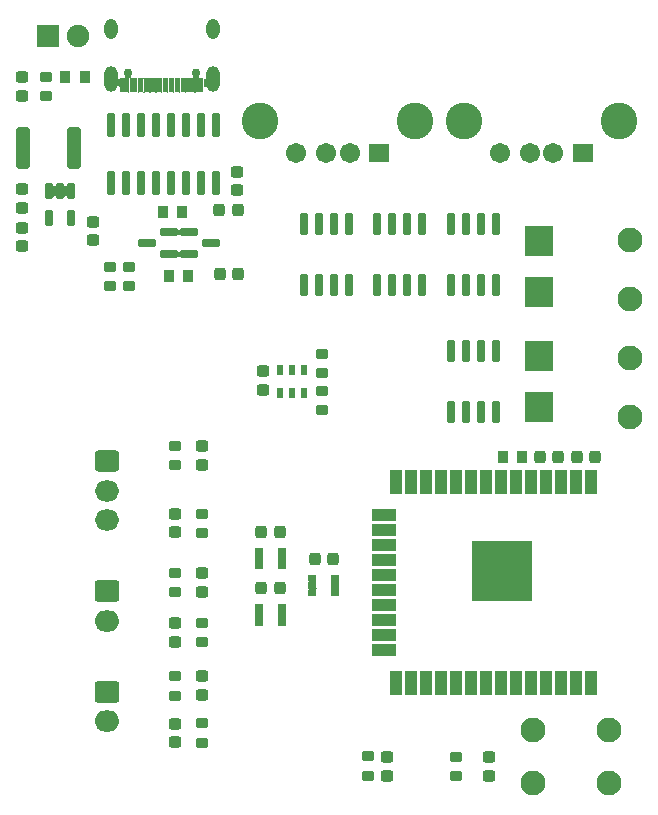
<source format=gbr>
G04 #@! TF.GenerationSoftware,KiCad,Pcbnew,(5.99.0-9218-g05b559c9dc)*
G04 #@! TF.CreationDate,2021-05-16T23:39:13+02:00*
G04 #@! TF.ProjectId,Self_Watering_Plant,53656c66-5f57-4617-9465-72696e675f50,rev?*
G04 #@! TF.SameCoordinates,Original*
G04 #@! TF.FileFunction,Soldermask,Top*
G04 #@! TF.FilePolarity,Negative*
%FSLAX46Y46*%
G04 Gerber Fmt 4.6, Leading zero omitted, Abs format (unit mm)*
G04 Created by KiCad (PCBNEW (5.99.0-9218-g05b559c9dc)) date 2021-05-16 23:39:13*
%MOMM*%
%LPD*%
G01*
G04 APERTURE LIST*
G04 Aperture macros list*
%AMRoundRect*
0 Rectangle with rounded corners*
0 $1 Rounding radius*
0 $2 $3 $4 $5 $6 $7 $8 $9 X,Y pos of 4 corners*
0 Add a 4 corners polygon primitive as box body*
4,1,4,$2,$3,$4,$5,$6,$7,$8,$9,$2,$3,0*
0 Add four circle primitives for the rounded corners*
1,1,$1+$1,$2,$3*
1,1,$1+$1,$4,$5*
1,1,$1+$1,$6,$7*
1,1,$1+$1,$8,$9*
0 Add four rect primitives between the rounded corners*
20,1,$1+$1,$2,$3,$4,$5,0*
20,1,$1+$1,$4,$5,$6,$7,0*
20,1,$1+$1,$6,$7,$8,$9,0*
20,1,$1+$1,$8,$9,$2,$3,0*%
G04 Aperture macros list end*
%ADD10RoundRect,0.175500X-0.613000X-0.175500X0.613000X-0.175500X0.613000X0.175500X-0.613000X0.175500X0*%
%ADD11RoundRect,0.175500X0.613000X0.175500X-0.613000X0.175500X-0.613000X-0.175500X0.613000X-0.175500X0*%
%ADD12RoundRect,0.225500X-0.300500X0.225500X-0.300500X-0.225500X0.300500X-0.225500X0.300500X0.225500X0*%
%ADD13RoundRect,0.175500X-0.175500X0.850500X-0.175500X-0.850500X0.175500X-0.850500X0.175500X0.850500X0*%
%ADD14RoundRect,0.250500X-0.250500X-0.275500X0.250500X-0.275500X0.250500X0.275500X-0.250500X0.275500X0*%
%ADD15RoundRect,0.250500X-0.275500X0.250500X-0.275500X-0.250500X0.275500X-0.250500X0.275500X0.250500X0*%
%ADD16RoundRect,0.250500X0.250500X0.275500X-0.250500X0.275500X-0.250500X-0.275500X0.250500X-0.275500X0*%
%ADD17RoundRect,0.244250X0.281750X-0.244250X0.281750X0.244250X-0.281750X0.244250X-0.281750X-0.244250X0*%
%ADD18C,1.702000*%
%ADD19RoundRect,0.051000X0.800000X0.750000X-0.800000X0.750000X-0.800000X-0.750000X0.800000X-0.750000X0*%
%ADD20C,3.102000*%
%ADD21RoundRect,0.225500X-0.225500X-0.300500X0.225500X-0.300500X0.225500X0.300500X-0.225500X0.300500X0*%
%ADD22RoundRect,0.225500X0.225500X0.300500X-0.225500X0.300500X-0.225500X-0.300500X0.225500X-0.300500X0*%
%ADD23C,2.102000*%
%ADD24O,2.102000X1.802000*%
%ADD25RoundRect,0.265000X-0.786000X0.636000X-0.786000X-0.636000X0.786000X-0.636000X0.786000X0.636000X0*%
%ADD26RoundRect,0.051000X0.150000X0.575000X-0.150000X0.575000X-0.150000X-0.575000X0.150000X-0.575000X0*%
%ADD27C,0.752000*%
%ADD28O,1.102000X1.702000*%
%ADD29O,1.102000X2.202000*%
%ADD30O,2.052000X1.802000*%
%ADD31RoundRect,0.265000X-0.761000X0.636000X-0.761000X-0.636000X0.761000X-0.636000X0.761000X0.636000X0*%
%ADD32RoundRect,0.225500X0.300500X-0.225500X0.300500X0.225500X-0.300500X0.225500X-0.300500X-0.225500X0*%
%ADD33RoundRect,0.175500X-0.175500X0.538000X-0.175500X-0.538000X0.175500X-0.538000X0.175500X0.538000X0*%
%ADD34RoundRect,0.051000X-0.450000X1.000000X-0.450000X-1.000000X0.450000X-1.000000X0.450000X1.000000X0*%
%ADD35RoundRect,0.051000X-1.000000X-0.450000X1.000000X-0.450000X1.000000X0.450000X-1.000000X0.450000X0*%
%ADD36RoundRect,0.051000X-2.500000X2.500000X-2.500000X-2.500000X2.500000X-2.500000X2.500000X2.500000X0*%
%ADD37RoundRect,0.175500X0.175500X-0.750500X0.175500X0.750500X-0.175500X0.750500X-0.175500X-0.750500X0*%
%ADD38RoundRect,0.272667X0.340833X1.478333X-0.340833X1.478333X-0.340833X-1.478333X0.340833X-1.478333X0*%
%ADD39RoundRect,0.051000X-0.200000X-0.387500X0.200000X-0.387500X0.200000X0.387500X-0.200000X0.387500X0*%
%ADD40RoundRect,0.051000X1.150000X-1.250000X1.150000X1.250000X-1.150000X1.250000X-1.150000X-1.250000X0*%
%ADD41RoundRect,0.051000X-0.325000X-0.200000X0.325000X-0.200000X0.325000X0.200000X-0.325000X0.200000X0*%
%ADD42C,1.902000*%
%ADD43RoundRect,0.051000X-0.900000X-0.900000X0.900000X-0.900000X0.900000X0.900000X-0.900000X0.900000X0*%
%ADD44RoundRect,0.250500X0.275500X-0.250500X0.275500X0.250500X-0.275500X0.250500X-0.275500X-0.250500X0*%
G04 APERTURE END LIST*
D10*
X132287500Y-90525000D03*
X130412500Y-91475000D03*
X130412500Y-89575000D03*
D11*
X126812500Y-90525000D03*
X128687500Y-89575000D03*
X128687500Y-91475000D03*
D12*
X131500000Y-132825000D03*
X131500000Y-131175000D03*
X131500000Y-124325000D03*
X131500000Y-122675000D03*
D13*
X132695000Y-85475000D03*
X131425000Y-85475000D03*
X130155000Y-85475000D03*
X128885000Y-85475000D03*
X127615000Y-85475000D03*
X126345000Y-85475000D03*
X125075000Y-85475000D03*
X123805000Y-85475000D03*
X123805000Y-80525000D03*
X125075000Y-80525000D03*
X126345000Y-80525000D03*
X127615000Y-80525000D03*
X128885000Y-80525000D03*
X130155000Y-80525000D03*
X131425000Y-80525000D03*
X132695000Y-80525000D03*
D14*
X134525000Y-87750000D03*
X132975000Y-87750000D03*
D15*
X134500000Y-86025000D03*
X134500000Y-84475000D03*
D14*
X164775000Y-108650000D03*
X163225000Y-108650000D03*
D16*
X160125000Y-108650000D03*
X161675000Y-108650000D03*
D14*
X134587500Y-93150000D03*
X133037500Y-93150000D03*
D17*
X131500000Y-127175000D03*
X131500000Y-128750000D03*
X131500000Y-118462500D03*
X131500000Y-120037500D03*
D18*
X139500000Y-82860000D03*
X142000000Y-82860000D03*
X144000000Y-82860000D03*
D19*
X146500000Y-82860000D03*
D20*
X136430000Y-80150000D03*
X149570000Y-80150000D03*
D21*
X129825000Y-87925000D03*
X128175000Y-87925000D03*
D22*
X128675000Y-93275000D03*
X130325000Y-93275000D03*
X156975000Y-108650000D03*
X158625000Y-108650000D03*
D12*
X141700000Y-104662500D03*
X141700000Y-103012500D03*
D23*
X167750000Y-90250000D03*
X167750000Y-95250000D03*
X167750000Y-100250000D03*
X167750000Y-105250000D03*
D18*
X156750000Y-82860000D03*
X159250000Y-82860000D03*
X161250000Y-82860000D03*
D19*
X163750000Y-82860000D03*
D20*
X153680000Y-80150000D03*
X166820000Y-80150000D03*
D24*
X123450000Y-122500000D03*
D25*
X123450000Y-120000000D03*
D24*
X123450000Y-131000000D03*
D25*
X123450000Y-128500000D03*
D26*
X124750000Y-77170000D03*
X125550000Y-77170000D03*
X130350000Y-77170000D03*
X131150000Y-77170000D03*
X131450000Y-77170000D03*
X130650000Y-77170000D03*
X129850000Y-77170000D03*
X129350000Y-77170000D03*
X128850000Y-77170000D03*
X128350000Y-77170000D03*
X127850000Y-77170000D03*
X127350000Y-77170000D03*
X126850000Y-77170000D03*
X126350000Y-77170000D03*
X125850000Y-77170000D03*
X125050000Y-77170000D03*
D27*
X130990000Y-76105000D03*
X125210000Y-76105000D03*
D28*
X123780000Y-72425000D03*
X132420000Y-72425000D03*
D29*
X123780000Y-76605000D03*
X132420000Y-76605000D03*
D30*
X123450000Y-114000000D03*
X123450000Y-111500000D03*
D31*
X123450000Y-109000000D03*
D15*
X129250000Y-132800000D03*
X129250000Y-131250000D03*
D32*
X153000000Y-134025000D03*
X153000000Y-135675000D03*
D33*
X120450000Y-88387500D03*
X118550000Y-88387500D03*
X118550000Y-86112500D03*
X119500000Y-86112500D03*
X120450000Y-86112500D03*
D23*
X159500000Y-136250000D03*
X159500000Y-131750000D03*
X166000000Y-136250000D03*
X166000000Y-131750000D03*
D12*
X131500000Y-115075000D03*
X131500000Y-113425000D03*
D34*
X164405000Y-127750000D03*
X163135000Y-127750000D03*
X161865000Y-127750000D03*
X160595000Y-127750000D03*
X159325000Y-127750000D03*
X158055000Y-127750000D03*
X156785000Y-127750000D03*
X155515000Y-127750000D03*
X154245000Y-127750000D03*
X152975000Y-127750000D03*
X151705000Y-127750000D03*
X150435000Y-127750000D03*
X149165000Y-127750000D03*
X147895000Y-127750000D03*
D35*
X146895000Y-124965000D03*
X146895000Y-123695000D03*
X146895000Y-122425000D03*
X146895000Y-121155000D03*
X146895000Y-119885000D03*
X146895000Y-118615000D03*
X146895000Y-117345000D03*
X146895000Y-116075000D03*
X146895000Y-114805000D03*
X146895000Y-113535000D03*
D34*
X147895000Y-110750000D03*
X149165000Y-110750000D03*
X150435000Y-110750000D03*
X151705000Y-110750000D03*
X152975000Y-110750000D03*
X154245000Y-110750000D03*
X155515000Y-110750000D03*
X156785000Y-110750000D03*
X158055000Y-110750000D03*
X159325000Y-110750000D03*
X160595000Y-110750000D03*
X161865000Y-110750000D03*
X163135000Y-110750000D03*
X164405000Y-110750000D03*
D36*
X156905000Y-118250000D03*
D17*
X155800000Y-134062500D03*
X155800000Y-135637500D03*
D15*
X116250000Y-87525000D03*
X116250000Y-85975000D03*
D16*
X141025000Y-117250000D03*
X142575000Y-117250000D03*
X136525000Y-119750000D03*
X138075000Y-119750000D03*
D12*
X118250000Y-78075000D03*
X118250000Y-76425000D03*
D37*
X146345000Y-88925000D03*
X147615000Y-88925000D03*
X148885000Y-88925000D03*
X150155000Y-88925000D03*
X150155000Y-94075000D03*
X148885000Y-94075000D03*
X147615000Y-94075000D03*
X146345000Y-94075000D03*
D32*
X125300000Y-92525000D03*
X125300000Y-94175000D03*
D17*
X147200000Y-134062500D03*
X147200000Y-135637500D03*
D15*
X116250000Y-90775000D03*
X116250000Y-89225000D03*
D38*
X116362500Y-82500000D03*
X120637500Y-82500000D03*
D39*
X138100000Y-101250000D03*
X139100000Y-101250000D03*
X140100000Y-101250000D03*
X140100000Y-103250000D03*
X139100000Y-103250000D03*
X138100000Y-103250000D03*
D40*
X160000000Y-100100000D03*
X160000000Y-104400000D03*
D12*
X129250000Y-128850000D03*
X129250000Y-127200000D03*
D22*
X119925000Y-76500000D03*
X121575000Y-76500000D03*
D15*
X129250000Y-124275000D03*
X129250000Y-122725000D03*
D41*
X142750000Y-118850000D03*
X142750000Y-120150000D03*
X140850000Y-119500000D03*
X142750000Y-119500000D03*
X140850000Y-120150000D03*
X140850000Y-118850000D03*
D42*
X121015000Y-73000000D03*
D43*
X118475000Y-73000000D03*
D40*
X160000000Y-90350000D03*
X160000000Y-94650000D03*
D12*
X129250000Y-109325000D03*
X129250000Y-107675000D03*
D16*
X136525000Y-115000000D03*
X138075000Y-115000000D03*
D12*
X129250000Y-120075000D03*
X129250000Y-118425000D03*
D37*
X152595000Y-99675000D03*
X153865000Y-99675000D03*
X155135000Y-99675000D03*
X156405000Y-99675000D03*
X156405000Y-104825000D03*
X155135000Y-104825000D03*
X153865000Y-104825000D03*
X152595000Y-104825000D03*
D15*
X122250000Y-90275000D03*
X122250000Y-88725000D03*
D32*
X145550000Y-133975000D03*
X145550000Y-135625000D03*
D15*
X129250000Y-115025000D03*
X129250000Y-113475000D03*
D32*
X141700000Y-99912500D03*
X141700000Y-101562500D03*
D41*
X138250000Y-116600000D03*
X138250000Y-117900000D03*
X136350000Y-117250000D03*
X138250000Y-117250000D03*
X136350000Y-117900000D03*
X136350000Y-116600000D03*
D37*
X140095000Y-88925000D03*
X141365000Y-88925000D03*
X142635000Y-88925000D03*
X143905000Y-88925000D03*
X143905000Y-94075000D03*
X142635000Y-94075000D03*
X141365000Y-94075000D03*
X140095000Y-94075000D03*
D44*
X136700000Y-101375000D03*
X136700000Y-102925000D03*
D17*
X131500000Y-107712500D03*
X131500000Y-109287500D03*
D41*
X138250000Y-121350000D03*
X138250000Y-122650000D03*
X136350000Y-122000000D03*
X138250000Y-122000000D03*
X136350000Y-122650000D03*
X136350000Y-121350000D03*
D32*
X123700000Y-92525000D03*
X123700000Y-94175000D03*
D17*
X116250000Y-76462500D03*
X116250000Y-78037500D03*
D37*
X152595000Y-88925000D03*
X153865000Y-88925000D03*
X155135000Y-88925000D03*
X156405000Y-88925000D03*
X156405000Y-94075000D03*
X155135000Y-94075000D03*
X153865000Y-94075000D03*
X152595000Y-94075000D03*
G36*
X137895267Y-122237886D02*
G01*
X137906262Y-122245233D01*
X137925199Y-122249000D01*
X138574801Y-122249000D01*
X138593738Y-122245233D01*
X138604733Y-122237886D01*
X138606729Y-122237755D01*
X138607840Y-122239418D01*
X138607507Y-122240660D01*
X138598291Y-122254452D01*
X138600031Y-122255615D01*
X138600916Y-122257409D01*
X138600455Y-122258560D01*
X138585922Y-122275952D01*
X138577296Y-122344670D01*
X138600082Y-122392288D01*
X138599928Y-122394282D01*
X138599389Y-122394814D01*
X138598291Y-122395548D01*
X138607507Y-122409340D01*
X138607638Y-122411336D01*
X138605975Y-122412447D01*
X138604733Y-122412114D01*
X138593738Y-122404767D01*
X138574801Y-122401000D01*
X137925199Y-122401000D01*
X137906262Y-122404767D01*
X137895267Y-122412114D01*
X137893271Y-122412245D01*
X137892160Y-122410582D01*
X137892493Y-122409340D01*
X137901709Y-122395548D01*
X137899969Y-122394385D01*
X137899084Y-122392591D01*
X137899545Y-122391440D01*
X137914078Y-122374048D01*
X137922704Y-122305330D01*
X137899918Y-122257712D01*
X137900072Y-122255718D01*
X137900611Y-122255186D01*
X137901709Y-122254452D01*
X137892493Y-122240660D01*
X137892362Y-122238664D01*
X137894025Y-122237553D01*
X137895267Y-122237886D01*
G37*
G36*
X135995267Y-122237886D02*
G01*
X136006262Y-122245233D01*
X136025199Y-122249000D01*
X136674801Y-122249000D01*
X136693738Y-122245233D01*
X136704733Y-122237886D01*
X136706729Y-122237755D01*
X136707840Y-122239418D01*
X136707507Y-122240660D01*
X136698291Y-122254452D01*
X136700031Y-122255615D01*
X136700916Y-122257409D01*
X136700455Y-122258560D01*
X136685922Y-122275952D01*
X136677296Y-122344670D01*
X136700082Y-122392288D01*
X136699928Y-122394282D01*
X136699389Y-122394814D01*
X136698291Y-122395548D01*
X136707507Y-122409340D01*
X136707638Y-122411336D01*
X136705975Y-122412447D01*
X136704733Y-122412114D01*
X136693738Y-122404767D01*
X136674801Y-122401000D01*
X136025199Y-122401000D01*
X136006262Y-122404767D01*
X135995267Y-122412114D01*
X135993271Y-122412245D01*
X135992160Y-122410582D01*
X135992493Y-122409340D01*
X136001709Y-122395548D01*
X135999969Y-122394385D01*
X135999084Y-122392591D01*
X135999545Y-122391440D01*
X136014078Y-122374048D01*
X136022704Y-122305330D01*
X135999918Y-122257712D01*
X136000072Y-122255718D01*
X136000611Y-122255186D01*
X136001709Y-122254452D01*
X135992493Y-122240660D01*
X135992362Y-122238664D01*
X135994025Y-122237553D01*
X135995267Y-122237886D01*
G37*
G36*
X135995267Y-121587886D02*
G01*
X136006262Y-121595233D01*
X136025199Y-121599000D01*
X136674801Y-121599000D01*
X136693738Y-121595233D01*
X136704733Y-121587886D01*
X136706729Y-121587755D01*
X136707840Y-121589418D01*
X136707507Y-121590660D01*
X136698291Y-121604452D01*
X136700031Y-121605615D01*
X136700916Y-121607409D01*
X136700455Y-121608560D01*
X136685922Y-121625952D01*
X136677296Y-121694670D01*
X136700082Y-121742288D01*
X136699928Y-121744282D01*
X136699389Y-121744814D01*
X136698291Y-121745548D01*
X136707507Y-121759340D01*
X136707638Y-121761336D01*
X136705975Y-121762447D01*
X136704733Y-121762114D01*
X136693738Y-121754767D01*
X136674801Y-121751000D01*
X136025199Y-121751000D01*
X136006262Y-121754767D01*
X135995267Y-121762114D01*
X135993271Y-121762245D01*
X135992160Y-121760582D01*
X135992493Y-121759340D01*
X136001709Y-121745548D01*
X135999969Y-121744385D01*
X135999084Y-121742591D01*
X135999545Y-121741440D01*
X136014078Y-121724048D01*
X136022704Y-121655330D01*
X135999918Y-121607712D01*
X136000072Y-121605718D01*
X136000611Y-121605186D01*
X136001709Y-121604452D01*
X135992493Y-121590660D01*
X135992362Y-121588664D01*
X135994025Y-121587553D01*
X135995267Y-121587886D01*
G37*
G36*
X137895267Y-121587886D02*
G01*
X137906262Y-121595233D01*
X137925199Y-121599000D01*
X138574801Y-121599000D01*
X138593738Y-121595233D01*
X138604733Y-121587886D01*
X138606729Y-121587755D01*
X138607840Y-121589418D01*
X138607507Y-121590660D01*
X138598291Y-121604452D01*
X138600031Y-121605615D01*
X138600916Y-121607409D01*
X138600455Y-121608560D01*
X138585922Y-121625952D01*
X138577296Y-121694670D01*
X138600082Y-121742288D01*
X138599928Y-121744282D01*
X138599389Y-121744814D01*
X138598291Y-121745548D01*
X138607507Y-121759340D01*
X138607638Y-121761336D01*
X138605975Y-121762447D01*
X138604733Y-121762114D01*
X138593738Y-121754767D01*
X138574801Y-121751000D01*
X137925199Y-121751000D01*
X137906262Y-121754767D01*
X137895267Y-121762114D01*
X137893271Y-121762245D01*
X137892160Y-121760582D01*
X137892493Y-121759340D01*
X137901709Y-121745548D01*
X137899969Y-121744385D01*
X137899084Y-121742591D01*
X137899545Y-121741440D01*
X137914078Y-121724048D01*
X137922704Y-121655330D01*
X137899918Y-121607712D01*
X137900072Y-121605718D01*
X137900611Y-121605186D01*
X137901709Y-121604452D01*
X137892493Y-121590660D01*
X137892362Y-121588664D01*
X137894025Y-121587553D01*
X137895267Y-121587886D01*
G37*
G36*
X140495267Y-119737886D02*
G01*
X140506262Y-119745233D01*
X140525199Y-119749000D01*
X141174801Y-119749000D01*
X141193738Y-119745233D01*
X141204733Y-119737886D01*
X141206729Y-119737755D01*
X141207840Y-119739418D01*
X141207507Y-119740660D01*
X141198291Y-119754452D01*
X141200031Y-119755615D01*
X141200916Y-119757409D01*
X141200455Y-119758560D01*
X141185922Y-119775952D01*
X141177296Y-119844670D01*
X141200082Y-119892288D01*
X141199928Y-119894282D01*
X141199389Y-119894814D01*
X141198291Y-119895548D01*
X141207507Y-119909340D01*
X141207638Y-119911336D01*
X141205975Y-119912447D01*
X141204733Y-119912114D01*
X141193738Y-119904767D01*
X141174801Y-119901000D01*
X140525199Y-119901000D01*
X140506262Y-119904767D01*
X140495267Y-119912114D01*
X140493271Y-119912245D01*
X140492160Y-119910582D01*
X140492493Y-119909340D01*
X140501709Y-119895548D01*
X140499969Y-119894385D01*
X140499084Y-119892591D01*
X140499545Y-119891440D01*
X140514078Y-119874048D01*
X140522704Y-119805330D01*
X140499918Y-119757712D01*
X140500072Y-119755718D01*
X140500611Y-119755186D01*
X140501709Y-119754452D01*
X140492493Y-119740660D01*
X140492362Y-119738664D01*
X140494025Y-119737553D01*
X140495267Y-119737886D01*
G37*
G36*
X142395267Y-119737886D02*
G01*
X142406262Y-119745233D01*
X142425199Y-119749000D01*
X143074801Y-119749000D01*
X143093738Y-119745233D01*
X143104733Y-119737886D01*
X143106729Y-119737755D01*
X143107840Y-119739418D01*
X143107507Y-119740660D01*
X143098291Y-119754452D01*
X143100031Y-119755615D01*
X143100916Y-119757409D01*
X143100455Y-119758560D01*
X143085922Y-119775952D01*
X143077296Y-119844670D01*
X143100082Y-119892288D01*
X143099928Y-119894282D01*
X143099389Y-119894814D01*
X143098291Y-119895548D01*
X143107507Y-119909340D01*
X143107638Y-119911336D01*
X143105975Y-119912447D01*
X143104733Y-119912114D01*
X143093738Y-119904767D01*
X143074801Y-119901000D01*
X142425199Y-119901000D01*
X142406262Y-119904767D01*
X142395267Y-119912114D01*
X142393271Y-119912245D01*
X142392160Y-119910582D01*
X142392493Y-119909340D01*
X142401709Y-119895548D01*
X142399969Y-119894385D01*
X142399084Y-119892591D01*
X142399545Y-119891440D01*
X142414078Y-119874048D01*
X142422704Y-119805330D01*
X142399918Y-119757712D01*
X142400072Y-119755718D01*
X142400611Y-119755186D01*
X142401709Y-119754452D01*
X142392493Y-119740660D01*
X142392362Y-119738664D01*
X142394025Y-119737553D01*
X142395267Y-119737886D01*
G37*
G36*
X142395267Y-119087886D02*
G01*
X142406262Y-119095233D01*
X142425199Y-119099000D01*
X143074801Y-119099000D01*
X143093738Y-119095233D01*
X143104733Y-119087886D01*
X143106729Y-119087755D01*
X143107840Y-119089418D01*
X143107507Y-119090660D01*
X143098291Y-119104452D01*
X143100031Y-119105615D01*
X143100916Y-119107409D01*
X143100455Y-119108560D01*
X143085922Y-119125952D01*
X143077296Y-119194670D01*
X143100082Y-119242288D01*
X143099928Y-119244282D01*
X143099389Y-119244814D01*
X143098291Y-119245548D01*
X143107507Y-119259340D01*
X143107638Y-119261336D01*
X143105975Y-119262447D01*
X143104733Y-119262114D01*
X143093738Y-119254767D01*
X143074801Y-119251000D01*
X142425199Y-119251000D01*
X142406262Y-119254767D01*
X142395267Y-119262114D01*
X142393271Y-119262245D01*
X142392160Y-119260582D01*
X142392493Y-119259340D01*
X142401709Y-119245548D01*
X142399969Y-119244385D01*
X142399084Y-119242591D01*
X142399545Y-119241440D01*
X142414078Y-119224048D01*
X142422704Y-119155330D01*
X142399918Y-119107712D01*
X142400072Y-119105718D01*
X142400611Y-119105186D01*
X142401709Y-119104452D01*
X142392493Y-119090660D01*
X142392362Y-119088664D01*
X142394025Y-119087553D01*
X142395267Y-119087886D01*
G37*
G36*
X140495267Y-119087886D02*
G01*
X140506262Y-119095233D01*
X140525199Y-119099000D01*
X141174801Y-119099000D01*
X141193738Y-119095233D01*
X141204733Y-119087886D01*
X141206729Y-119087755D01*
X141207840Y-119089418D01*
X141207507Y-119090660D01*
X141198291Y-119104452D01*
X141200031Y-119105615D01*
X141200916Y-119107409D01*
X141200455Y-119108560D01*
X141185922Y-119125952D01*
X141177296Y-119194670D01*
X141200082Y-119242288D01*
X141199928Y-119244282D01*
X141199389Y-119244814D01*
X141198291Y-119245548D01*
X141207507Y-119259340D01*
X141207638Y-119261336D01*
X141205975Y-119262447D01*
X141204733Y-119262114D01*
X141193738Y-119254767D01*
X141174801Y-119251000D01*
X140525199Y-119251000D01*
X140506262Y-119254767D01*
X140495267Y-119262114D01*
X140493271Y-119262245D01*
X140492160Y-119260582D01*
X140492493Y-119259340D01*
X140501709Y-119245548D01*
X140499969Y-119244385D01*
X140499084Y-119242591D01*
X140499545Y-119241440D01*
X140514078Y-119224048D01*
X140522704Y-119155330D01*
X140499918Y-119107712D01*
X140500072Y-119105718D01*
X140500611Y-119105186D01*
X140501709Y-119104452D01*
X140492493Y-119090660D01*
X140492362Y-119088664D01*
X140494025Y-119087553D01*
X140495267Y-119087886D01*
G37*
G36*
X135995267Y-117487886D02*
G01*
X136006262Y-117495233D01*
X136025199Y-117499000D01*
X136674801Y-117499000D01*
X136693738Y-117495233D01*
X136704733Y-117487886D01*
X136706729Y-117487755D01*
X136707840Y-117489418D01*
X136707507Y-117490660D01*
X136698291Y-117504452D01*
X136700031Y-117505615D01*
X136700916Y-117507409D01*
X136700455Y-117508560D01*
X136685922Y-117525952D01*
X136677296Y-117594670D01*
X136700082Y-117642288D01*
X136699928Y-117644282D01*
X136699389Y-117644814D01*
X136698291Y-117645548D01*
X136707507Y-117659340D01*
X136707638Y-117661336D01*
X136705975Y-117662447D01*
X136704733Y-117662114D01*
X136693738Y-117654767D01*
X136674801Y-117651000D01*
X136025199Y-117651000D01*
X136006262Y-117654767D01*
X135995267Y-117662114D01*
X135993271Y-117662245D01*
X135992160Y-117660582D01*
X135992493Y-117659340D01*
X136001709Y-117645548D01*
X135999969Y-117644385D01*
X135999084Y-117642591D01*
X135999545Y-117641440D01*
X136014078Y-117624048D01*
X136022704Y-117555330D01*
X135999918Y-117507712D01*
X136000072Y-117505718D01*
X136000611Y-117505186D01*
X136001709Y-117504452D01*
X135992493Y-117490660D01*
X135992362Y-117488664D01*
X135994025Y-117487553D01*
X135995267Y-117487886D01*
G37*
G36*
X137895267Y-117487886D02*
G01*
X137906262Y-117495233D01*
X137925199Y-117499000D01*
X138574801Y-117499000D01*
X138593738Y-117495233D01*
X138604733Y-117487886D01*
X138606729Y-117487755D01*
X138607840Y-117489418D01*
X138607507Y-117490660D01*
X138598291Y-117504452D01*
X138600031Y-117505615D01*
X138600916Y-117507409D01*
X138600455Y-117508560D01*
X138585922Y-117525952D01*
X138577296Y-117594670D01*
X138600082Y-117642288D01*
X138599928Y-117644282D01*
X138599389Y-117644814D01*
X138598291Y-117645548D01*
X138607507Y-117659340D01*
X138607638Y-117661336D01*
X138605975Y-117662447D01*
X138604733Y-117662114D01*
X138593738Y-117654767D01*
X138574801Y-117651000D01*
X137925199Y-117651000D01*
X137906262Y-117654767D01*
X137895267Y-117662114D01*
X137893271Y-117662245D01*
X137892160Y-117660582D01*
X137892493Y-117659340D01*
X137901709Y-117645548D01*
X137899969Y-117644385D01*
X137899084Y-117642591D01*
X137899545Y-117641440D01*
X137914078Y-117624048D01*
X137922704Y-117555330D01*
X137899918Y-117507712D01*
X137900072Y-117505718D01*
X137900611Y-117505186D01*
X137901709Y-117504452D01*
X137892493Y-117490660D01*
X137892362Y-117488664D01*
X137894025Y-117487553D01*
X137895267Y-117487886D01*
G37*
G36*
X137895267Y-116837886D02*
G01*
X137906262Y-116845233D01*
X137925199Y-116849000D01*
X138574801Y-116849000D01*
X138593738Y-116845233D01*
X138604733Y-116837886D01*
X138606729Y-116837755D01*
X138607840Y-116839418D01*
X138607507Y-116840660D01*
X138598291Y-116854452D01*
X138600031Y-116855615D01*
X138600916Y-116857409D01*
X138600455Y-116858560D01*
X138585922Y-116875952D01*
X138577296Y-116944670D01*
X138600082Y-116992288D01*
X138599928Y-116994282D01*
X138599389Y-116994814D01*
X138598291Y-116995548D01*
X138607507Y-117009340D01*
X138607638Y-117011336D01*
X138605975Y-117012447D01*
X138604733Y-117012114D01*
X138593738Y-117004767D01*
X138574801Y-117001000D01*
X137925199Y-117001000D01*
X137906262Y-117004767D01*
X137895267Y-117012114D01*
X137893271Y-117012245D01*
X137892160Y-117010582D01*
X137892493Y-117009340D01*
X137901709Y-116995548D01*
X137899969Y-116994385D01*
X137899084Y-116992591D01*
X137899545Y-116991440D01*
X137914078Y-116974048D01*
X137922704Y-116905330D01*
X137899918Y-116857712D01*
X137900072Y-116855718D01*
X137900611Y-116855186D01*
X137901709Y-116854452D01*
X137892493Y-116840660D01*
X137892362Y-116838664D01*
X137894025Y-116837553D01*
X137895267Y-116837886D01*
G37*
G36*
X135995267Y-116837886D02*
G01*
X136006262Y-116845233D01*
X136025199Y-116849000D01*
X136674801Y-116849000D01*
X136693738Y-116845233D01*
X136704733Y-116837886D01*
X136706729Y-116837755D01*
X136707840Y-116839418D01*
X136707507Y-116840660D01*
X136698291Y-116854452D01*
X136700031Y-116855615D01*
X136700916Y-116857409D01*
X136700455Y-116858560D01*
X136685922Y-116875952D01*
X136677296Y-116944670D01*
X136700082Y-116992288D01*
X136699928Y-116994282D01*
X136699389Y-116994814D01*
X136698291Y-116995548D01*
X136707507Y-117009340D01*
X136707638Y-117011336D01*
X136705975Y-117012447D01*
X136704733Y-117012114D01*
X136693738Y-117004767D01*
X136674801Y-117001000D01*
X136025199Y-117001000D01*
X136006262Y-117004767D01*
X135995267Y-117012114D01*
X135993271Y-117012245D01*
X135992160Y-117010582D01*
X135992493Y-117009340D01*
X136001709Y-116995548D01*
X135999969Y-116994385D01*
X135999084Y-116992591D01*
X135999545Y-116991440D01*
X136014078Y-116974048D01*
X136022704Y-116905330D01*
X135999918Y-116857712D01*
X136000072Y-116855718D01*
X136000611Y-116855186D01*
X136001709Y-116854452D01*
X135992493Y-116840660D01*
X135992362Y-116838664D01*
X135994025Y-116837553D01*
X135995267Y-116837886D01*
G37*
G36*
X129663380Y-91214171D02*
G01*
X129663164Y-91215966D01*
X129641185Y-91248860D01*
X129626000Y-91325199D01*
X129626000Y-91624801D01*
X129641185Y-91701140D01*
X129659144Y-91728017D01*
X129659275Y-91730013D01*
X129657612Y-91731124D01*
X129656101Y-91730575D01*
X129608358Y-91685051D01*
X129540350Y-91671944D01*
X129475873Y-91697757D01*
X129457747Y-91715318D01*
X129440031Y-91736431D01*
X129438152Y-91737115D01*
X129436620Y-91735829D01*
X129436836Y-91734034D01*
X129458815Y-91701140D01*
X129474000Y-91624801D01*
X129474000Y-91325199D01*
X129458815Y-91248860D01*
X129440856Y-91221983D01*
X129440725Y-91219987D01*
X129442388Y-91218876D01*
X129443899Y-91219425D01*
X129491642Y-91264949D01*
X129559650Y-91278056D01*
X129624127Y-91252243D01*
X129642253Y-91234682D01*
X129659969Y-91213569D01*
X129661848Y-91212885D01*
X129663380Y-91214171D01*
G37*
G36*
X129663380Y-89314171D02*
G01*
X129663164Y-89315966D01*
X129641185Y-89348860D01*
X129626000Y-89425199D01*
X129626000Y-89724801D01*
X129641185Y-89801140D01*
X129659144Y-89828017D01*
X129659275Y-89830013D01*
X129657612Y-89831124D01*
X129656101Y-89830575D01*
X129608358Y-89785051D01*
X129540350Y-89771944D01*
X129475873Y-89797757D01*
X129457747Y-89815318D01*
X129440031Y-89836431D01*
X129438152Y-89837115D01*
X129436620Y-89835829D01*
X129436836Y-89834034D01*
X129458815Y-89801140D01*
X129474000Y-89724801D01*
X129474000Y-89425199D01*
X129458815Y-89348860D01*
X129440856Y-89321983D01*
X129440725Y-89319987D01*
X129442388Y-89318876D01*
X129443899Y-89319425D01*
X129491642Y-89364949D01*
X129559650Y-89378056D01*
X129624127Y-89352243D01*
X129642253Y-89334682D01*
X129659969Y-89313569D01*
X129661848Y-89312885D01*
X129663380Y-89314171D01*
G37*
G36*
X120100577Y-85602553D02*
G01*
X120101000Y-85603783D01*
X120101000Y-86614064D01*
X120100000Y-86615796D01*
X120098000Y-86615796D01*
X120097030Y-86614411D01*
X120096516Y-86611496D01*
X120065628Y-86549174D01*
X120006206Y-86513598D01*
X119936982Y-86515795D01*
X119879947Y-86555061D01*
X119852854Y-86621968D01*
X119851277Y-86623198D01*
X119849423Y-86622447D01*
X119849000Y-86621217D01*
X119849000Y-85610936D01*
X119850000Y-85609204D01*
X119852000Y-85609204D01*
X119852970Y-85610589D01*
X119853484Y-85613504D01*
X119884372Y-85675826D01*
X119943794Y-85711402D01*
X120013018Y-85709205D01*
X120070053Y-85669939D01*
X120097146Y-85603032D01*
X120098723Y-85601802D01*
X120100577Y-85602553D01*
G37*
G36*
X119150577Y-85602553D02*
G01*
X119151000Y-85603783D01*
X119151000Y-86614064D01*
X119150000Y-86615796D01*
X119148000Y-86615796D01*
X119147030Y-86614411D01*
X119146516Y-86611496D01*
X119115628Y-86549174D01*
X119056206Y-86513598D01*
X118986982Y-86515795D01*
X118929947Y-86555061D01*
X118902854Y-86621968D01*
X118901277Y-86623198D01*
X118899423Y-86622447D01*
X118899000Y-86621217D01*
X118899000Y-85610936D01*
X118900000Y-85609204D01*
X118902000Y-85609204D01*
X118902970Y-85610589D01*
X118903484Y-85613504D01*
X118934372Y-85675826D01*
X118993794Y-85711402D01*
X119063018Y-85709205D01*
X119120053Y-85669939D01*
X119147146Y-85603032D01*
X119148723Y-85601802D01*
X119150577Y-85602553D01*
G37*
G36*
X128664633Y-76558517D02*
G01*
X128665197Y-76560436D01*
X128664916Y-76561075D01*
X128654767Y-76576263D01*
X128651000Y-76595199D01*
X128651000Y-77744801D01*
X128654767Y-77763738D01*
X128664814Y-77778773D01*
X128664945Y-77780768D01*
X128663282Y-77781880D01*
X128662553Y-77781793D01*
X128602212Y-77762898D01*
X128537310Y-77781955D01*
X128535367Y-77781483D01*
X128534803Y-77779564D01*
X128535084Y-77778925D01*
X128545233Y-77763737D01*
X128549000Y-77744801D01*
X128549000Y-76595199D01*
X128545233Y-76576262D01*
X128535186Y-76561227D01*
X128535055Y-76559232D01*
X128536718Y-76558120D01*
X128537447Y-76558207D01*
X128597788Y-76577102D01*
X128662690Y-76558045D01*
X128664633Y-76558517D01*
G37*
G36*
X129164633Y-76558517D02*
G01*
X129165197Y-76560436D01*
X129164916Y-76561075D01*
X129154767Y-76576263D01*
X129151000Y-76595199D01*
X129151000Y-77744801D01*
X129154767Y-77763738D01*
X129164814Y-77778773D01*
X129164945Y-77780768D01*
X129163282Y-77781880D01*
X129162553Y-77781793D01*
X129102212Y-77762898D01*
X129037310Y-77781955D01*
X129035367Y-77781483D01*
X129034803Y-77779564D01*
X129035084Y-77778925D01*
X129045233Y-77763737D01*
X129049000Y-77744801D01*
X129049000Y-76595199D01*
X129045233Y-76576262D01*
X129035186Y-76561227D01*
X129035055Y-76559232D01*
X129036718Y-76558120D01*
X129037447Y-76558207D01*
X129097788Y-76577102D01*
X129162690Y-76558045D01*
X129164633Y-76558517D01*
G37*
G36*
X124889805Y-76293502D02*
G01*
X124922599Y-76336472D01*
X124922687Y-76337152D01*
X124923440Y-76337574D01*
X124953998Y-76377614D01*
X125056105Y-76445840D01*
X125174806Y-76477313D01*
X125297301Y-76468640D01*
X125410386Y-76420754D01*
X125495397Y-76344612D01*
X125497354Y-76344202D01*
X125498688Y-76345691D01*
X125498532Y-76346972D01*
X125473455Y-76398878D01*
X125481824Y-76467627D01*
X125526028Y-76520931D01*
X125595295Y-76542087D01*
X125596660Y-76543550D01*
X125596075Y-76545462D01*
X125594711Y-76546000D01*
X125400199Y-76546000D01*
X125381262Y-76549767D01*
X125365380Y-76560380D01*
X125354767Y-76576262D01*
X125351000Y-76595199D01*
X125351000Y-77744801D01*
X125354767Y-77763738D01*
X125364814Y-77778773D01*
X125364945Y-77780768D01*
X125363282Y-77781880D01*
X125362553Y-77781793D01*
X125302212Y-77762898D01*
X125237310Y-77781955D01*
X125235367Y-77781483D01*
X125234803Y-77779564D01*
X125235084Y-77778925D01*
X125245233Y-77763737D01*
X125249000Y-77744801D01*
X125249000Y-76595199D01*
X125245233Y-76576262D01*
X125234620Y-76560380D01*
X125218738Y-76549767D01*
X125199801Y-76546000D01*
X124826068Y-76546000D01*
X124824336Y-76545000D01*
X124824336Y-76543000D01*
X124825505Y-76542081D01*
X124892520Y-76522404D01*
X124937875Y-76470061D01*
X124947733Y-76401499D01*
X124920025Y-76339604D01*
X124920066Y-76339202D01*
X124919478Y-76338972D01*
X124890338Y-76304306D01*
X124890038Y-76303825D01*
X124886384Y-76295521D01*
X124886602Y-76293532D01*
X124888433Y-76292727D01*
X124889805Y-76293502D01*
G37*
G36*
X127664633Y-76558517D02*
G01*
X127665197Y-76560436D01*
X127664916Y-76561075D01*
X127654767Y-76576263D01*
X127651000Y-76595199D01*
X127651000Y-77744801D01*
X127654767Y-77763738D01*
X127664814Y-77778773D01*
X127664945Y-77780768D01*
X127663282Y-77781880D01*
X127662553Y-77781793D01*
X127602212Y-77762898D01*
X127537310Y-77781955D01*
X127535367Y-77781483D01*
X127534803Y-77779564D01*
X127535084Y-77778925D01*
X127545233Y-77763737D01*
X127549000Y-77744801D01*
X127549000Y-76595199D01*
X127545233Y-76576262D01*
X127535186Y-76561227D01*
X127535055Y-76559232D01*
X127536718Y-76558120D01*
X127537447Y-76558207D01*
X127597788Y-76577102D01*
X127662690Y-76558045D01*
X127664633Y-76558517D01*
G37*
G36*
X129664633Y-76558517D02*
G01*
X129665197Y-76560436D01*
X129664916Y-76561075D01*
X129654767Y-76576263D01*
X129651000Y-76595199D01*
X129651000Y-77744801D01*
X129654767Y-77763738D01*
X129664814Y-77778773D01*
X129664945Y-77780768D01*
X129663282Y-77781880D01*
X129662553Y-77781793D01*
X129602212Y-77762898D01*
X129537310Y-77781955D01*
X129535367Y-77781483D01*
X129534803Y-77779564D01*
X129535084Y-77778925D01*
X129545233Y-77763737D01*
X129549000Y-77744801D01*
X129549000Y-76595199D01*
X129545233Y-76576262D01*
X129535186Y-76561227D01*
X129535055Y-76559232D01*
X129536718Y-76558120D01*
X129537447Y-76558207D01*
X129597788Y-76577102D01*
X129662690Y-76558045D01*
X129664633Y-76558517D01*
G37*
G36*
X126164633Y-76558517D02*
G01*
X126165197Y-76560436D01*
X126164916Y-76561075D01*
X126154767Y-76576263D01*
X126151000Y-76595199D01*
X126151000Y-77744801D01*
X126154767Y-77763738D01*
X126164814Y-77778773D01*
X126164945Y-77780768D01*
X126163282Y-77781880D01*
X126162553Y-77781793D01*
X126102212Y-77762898D01*
X126037310Y-77781955D01*
X126035367Y-77781483D01*
X126034803Y-77779564D01*
X126035084Y-77778925D01*
X126045233Y-77763737D01*
X126049000Y-77744801D01*
X126049000Y-76595199D01*
X126045233Y-76576262D01*
X126035186Y-76561227D01*
X126035055Y-76559232D01*
X126036718Y-76558120D01*
X126037447Y-76558207D01*
X126097788Y-76577102D01*
X126162690Y-76558045D01*
X126164633Y-76558517D01*
G37*
G36*
X130164633Y-76558517D02*
G01*
X130165197Y-76560436D01*
X130164916Y-76561075D01*
X130154767Y-76576263D01*
X130151000Y-76595199D01*
X130151000Y-77744801D01*
X130154767Y-77763738D01*
X130164814Y-77778773D01*
X130164945Y-77780768D01*
X130163282Y-77781880D01*
X130162553Y-77781793D01*
X130102212Y-77762898D01*
X130037310Y-77781955D01*
X130035367Y-77781483D01*
X130034803Y-77779564D01*
X130035084Y-77778925D01*
X130045233Y-77763737D01*
X130049000Y-77744801D01*
X130049000Y-76595199D01*
X130045233Y-76576262D01*
X130035186Y-76561227D01*
X130035055Y-76559232D01*
X130036718Y-76558120D01*
X130037447Y-76558207D01*
X130097788Y-76577102D01*
X130162690Y-76558045D01*
X130164633Y-76558517D01*
G37*
G36*
X130669805Y-76293502D02*
G01*
X130702599Y-76336472D01*
X130702687Y-76337152D01*
X130703440Y-76337574D01*
X130733998Y-76377614D01*
X130836105Y-76445840D01*
X130954806Y-76477313D01*
X131077301Y-76468640D01*
X131190386Y-76420754D01*
X131275397Y-76344612D01*
X131277354Y-76344202D01*
X131278688Y-76345691D01*
X131278532Y-76346972D01*
X131253455Y-76398878D01*
X131261824Y-76467627D01*
X131306028Y-76520931D01*
X131375295Y-76542087D01*
X131376660Y-76543550D01*
X131376075Y-76545462D01*
X131374711Y-76546000D01*
X131000199Y-76546000D01*
X130981262Y-76549767D01*
X130965380Y-76560380D01*
X130954767Y-76576262D01*
X130951000Y-76595199D01*
X130951000Y-77744801D01*
X130954767Y-77763738D01*
X130964814Y-77778773D01*
X130964945Y-77780768D01*
X130963282Y-77781880D01*
X130962553Y-77781793D01*
X130902212Y-77762898D01*
X130837310Y-77781955D01*
X130835367Y-77781483D01*
X130834803Y-77779564D01*
X130835084Y-77778925D01*
X130845233Y-77763737D01*
X130849000Y-77744801D01*
X130849000Y-76595199D01*
X130845233Y-76576262D01*
X130834620Y-76560380D01*
X130818738Y-76549767D01*
X130799801Y-76546000D01*
X130606068Y-76546000D01*
X130604336Y-76545000D01*
X130604336Y-76543000D01*
X130605505Y-76542081D01*
X130672520Y-76522404D01*
X130717875Y-76470061D01*
X130727733Y-76401499D01*
X130700025Y-76339604D01*
X130700066Y-76339202D01*
X130699478Y-76338972D01*
X130670338Y-76304306D01*
X130670038Y-76303825D01*
X130666384Y-76295521D01*
X130666602Y-76293532D01*
X130668433Y-76292727D01*
X130669805Y-76293502D01*
G37*
G36*
X127164633Y-76558517D02*
G01*
X127165197Y-76560436D01*
X127164916Y-76561075D01*
X127154767Y-76576263D01*
X127151000Y-76595199D01*
X127151000Y-77744801D01*
X127154767Y-77763738D01*
X127164814Y-77778773D01*
X127164945Y-77780768D01*
X127163282Y-77781880D01*
X127162553Y-77781793D01*
X127102212Y-77762898D01*
X127037310Y-77781955D01*
X127035367Y-77781483D01*
X127034803Y-77779564D01*
X127035084Y-77778925D01*
X127045233Y-77763737D01*
X127049000Y-77744801D01*
X127049000Y-76595199D01*
X127045233Y-76576262D01*
X127035186Y-76561227D01*
X127035055Y-76559232D01*
X127036718Y-76558120D01*
X127037447Y-76558207D01*
X127097788Y-76577102D01*
X127162690Y-76558045D01*
X127164633Y-76558517D01*
G37*
G36*
X126664633Y-76558517D02*
G01*
X126665197Y-76560436D01*
X126664916Y-76561075D01*
X126654767Y-76576263D01*
X126651000Y-76595199D01*
X126651000Y-77744801D01*
X126654767Y-77763738D01*
X126664814Y-77778773D01*
X126664945Y-77780768D01*
X126663282Y-77781880D01*
X126662553Y-77781793D01*
X126602212Y-77762898D01*
X126537310Y-77781955D01*
X126535367Y-77781483D01*
X126534803Y-77779564D01*
X126535084Y-77778925D01*
X126545233Y-77763737D01*
X126549000Y-77744801D01*
X126549000Y-76595199D01*
X126545233Y-76576262D01*
X126535186Y-76561227D01*
X126535055Y-76559232D01*
X126536718Y-76558120D01*
X126537447Y-76558207D01*
X126597788Y-76577102D01*
X126662690Y-76558045D01*
X126664633Y-76558517D01*
G37*
G36*
X128164633Y-76558517D02*
G01*
X128165197Y-76560436D01*
X128164916Y-76561075D01*
X128154767Y-76576263D01*
X128151000Y-76595199D01*
X128151000Y-77744801D01*
X128154767Y-77763738D01*
X128164814Y-77778773D01*
X128164945Y-77780768D01*
X128163282Y-77781880D01*
X128162553Y-77781793D01*
X128102212Y-77762898D01*
X128037310Y-77781955D01*
X128035367Y-77781483D01*
X128034803Y-77779564D01*
X128035084Y-77778925D01*
X128045233Y-77763737D01*
X128049000Y-77744801D01*
X128049000Y-76595199D01*
X128045233Y-76576262D01*
X128035186Y-76561227D01*
X128035055Y-76559232D01*
X128036718Y-76558120D01*
X128037447Y-76558207D01*
X128097788Y-76577102D01*
X128162690Y-76558045D01*
X128164633Y-76558517D01*
G37*
G36*
X124332919Y-76499247D02*
G01*
X124352596Y-76566262D01*
X124404939Y-76611617D01*
X124473492Y-76621474D01*
X124536637Y-76592636D01*
X124550929Y-76576437D01*
X124552825Y-76575800D01*
X124554325Y-76577123D01*
X124554391Y-76578150D01*
X124551000Y-76595199D01*
X124551000Y-77350712D01*
X124550000Y-77352444D01*
X124548000Y-77352444D01*
X124547081Y-77351275D01*
X124527404Y-77284260D01*
X124475061Y-77238905D01*
X124406508Y-77229048D01*
X124343467Y-77257838D01*
X124309314Y-77306261D01*
X124298677Y-77333544D01*
X124297117Y-77334795D01*
X124295253Y-77334069D01*
X124294893Y-77332260D01*
X124323109Y-77235136D01*
X124329000Y-77154922D01*
X124329000Y-76499810D01*
X124330000Y-76498078D01*
X124332000Y-76498078D01*
X124332919Y-76499247D01*
G37*
G36*
X131870222Y-76498227D02*
G01*
X131871000Y-76499810D01*
X131871000Y-77154868D01*
X131890796Y-77299388D01*
X131890041Y-77301239D01*
X131888059Y-77301511D01*
X131887219Y-77300864D01*
X131849237Y-77250576D01*
X131784241Y-77226651D01*
X131716631Y-77241663D01*
X131667839Y-77290874D01*
X131652939Y-77349779D01*
X131651545Y-77351213D01*
X131649606Y-77350723D01*
X131649000Y-77349289D01*
X131649000Y-76595199D01*
X131645233Y-76576262D01*
X131644948Y-76575835D01*
X131644817Y-76573839D01*
X131646480Y-76572728D01*
X131647894Y-76573189D01*
X131694947Y-76612511D01*
X131763662Y-76621142D01*
X131826137Y-76591252D01*
X131862621Y-76532190D01*
X131867018Y-76499543D01*
X131868240Y-76497960D01*
X131870222Y-76498227D01*
G37*
M02*

</source>
